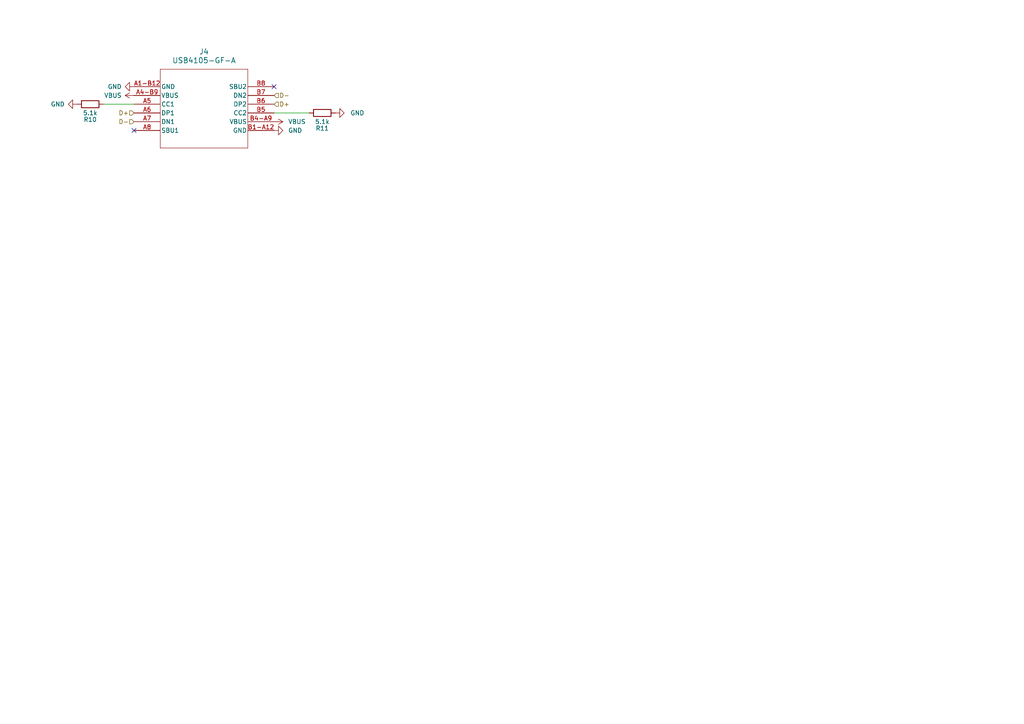
<source format=kicad_sch>
(kicad_sch (version 20230121) (generator eeschema)
  (paper "A4")
  (lib_symbols
    (symbol "2024-01-11_14-18-47:USB4105-GF-A" (pin_names (offset 0.254))
      (property "Reference" "J" (at 20.32 10.16 0))
      (property "Value" "USB4105-GF-A" (at 20.32 7.62 0))
      (symbol "USB4105-GF-A_0_1"
        (polyline (pts (xy 7.62 -17.78) (xy 33.02 -17.78)) (stroke (width 0.127)))
        (polyline (pts (xy 7.62 5.08) (xy 7.62 -17.78)) (stroke (width 0.127)))
        (polyline (pts (xy 33.02 -17.78) (xy 33.02 5.08)) (stroke (width 0.127)))
        (polyline (pts (xy 33.02 5.08) (xy 7.62 5.08)) (stroke (width 0.127)))
        (pin power_out line (at 0 0 0) (length 7.62) (name "GND") (number "A1-B12"))
        (pin power_in line (at 0 -2.54 0) (length 7.62) (name "VBUS") (number "A4-B9"))
        (pin bidirectional line (at 0 -5.08 0) (length 7.62) (name "CC1") (number "A5"))
        (pin bidirectional line (at 0 -7.62 0) (length 7.62) (name "DP1") (number "A6"))
        (pin bidirectional line (at 0 -10.16 0) (length 7.62) (name "DN1") (number "A7"))
        (pin bidirectional line (at 0 -12.7 0) (length 7.62) (name "SBU1") (number "A8"))
        (pin power_out line (at 40.64 -12.7 180) (length 7.62) (name "GND") (number "B1-A12"))
        (pin power_in line (at 40.64 -10.16 180) (length 7.62) (name "VBUS") (number "B4-A9"))
        (pin bidirectional line (at 40.64 -7.62 180) (length 7.62) (name "CC2") (number "B5"))
        (pin bidirectional line (at 40.64 -5.08 180) (length 7.62) (name "DP2") (number "B6"))
        (pin bidirectional line (at 40.64 -2.54 180) (length 7.62) (name "DN2") (number "B7"))
        (pin bidirectional line (at 40.64 0 180) (length 7.62) (name "SBU2") (number "B8"))
      )
    )
    (symbol "Device:R" (pin_numbers hide) (pin_names (offset 0))
      (property "Reference" "R" (at 2.032 0 90))
      (property "Value" "R" (at 0 0 90))
      (symbol "R_0_1"
        (rectangle (start -1.016 -2.54) (end 1.016 2.54) (stroke (width 0.254)))
      )
      (symbol "R_1_1"
        (pin passive line (at 0 3.81 270) (length 1.27) (name "~") (number "1"))
        (pin passive line (at 0 -3.81 90) (length 1.27) (name "~") (number "2"))
      )
    )
    (symbol "power:GND" (power) (pin_names (offset 0))
      (property "Value" "GND" (at 0 -3.81 0))
      (symbol "GND_0_1"
        (polyline (pts (xy 0 0) (xy 0 -1.27) (xy 1.27 -1.27) (xy 0 -2.54) (xy -1.27 -1.27) (xy 0 -1.27)))
      )
      (symbol "GND_1_1"
        (pin power_in line (at 0 0 270) (length 0) hide (name "GND") (number "1"))
      )
    )
    (symbol "power:VBUS" (power) (pin_names (offset 0))
      (property "Value" "VBUS" (at 0 3.81 0))
      (symbol "VBUS_0_1"
        (polyline (pts (xy -0.762 1.27) (xy 0 2.54)))
        (polyline (pts (xy 0 0) (xy 0 2.54)))
        (polyline (pts (xy 0 2.54) (xy 0.762 1.27)))
      )
      (symbol "VBUS_1_1"
        (pin power_in line (at 0 0 90) (length 0) hide (name "VBUS") (number "1"))
      )
    )
  )
  (no_connect (at 79.502 25.146))
  (no_connect (at 38.862 37.846))
  (wire (pts (xy 89.662 32.766) (xy 79.502 32.766)))
  (wire (pts (xy 38.862 30.226) (xy 29.972 30.226)))
  (hierarchical_label "D-" (shape input) (at 79.502 27.686 0))
  (hierarchical_label "D+" (shape input) (at 79.502 30.226 0))
  (hierarchical_label "D-" (shape input) (at 38.862 35.306 180))
  (hierarchical_label "D+" (shape input) (at 38.862 32.766 180))
  (symbol (lib_id "2024-01-11_14-18-47:USB4105-GF-A") (at 38.862 25.146 0) (unit 1)
    (property "Reference" "J4" (at 59.182 14.986 0) (effects (font (size 1.524 1.524))))
    (property "Value" "USB4105-GF-A" (at 59.182 17.526 0) (effects (font (size 1.524 1.524))))
    (property "Footprint" "USB4105_GCT" (effects hide))
    (property "Datasheet" "USB4105-GF-A" (effects hide))
  )
  (symbol (lib_id "power:VBUS") (at 79.502 35.306 270) (unit 1)
    (property "Reference" "#PWR045" (effects hide))
    (property "Value" "VBUS" (at 83.566 35.306 90) (effects (justify left)))
  )
  (symbol (lib_id "power:GND") (at 97.282 32.766 90) (unit 1)
    (property "Reference" "#PWR047" (effects hide))
    (property "Value" "GND" (at 101.6 32.766 90) (effects (justify right)))
  )
  (symbol (lib_id "power:GND") (at 38.862 25.146 270) (unit 1)
    (property "Reference" "#PWR042" (effects hide))
    (property "Value" "GND" (at 35.306 25.146 90) (effects (justify right)))
  )
  (symbol (lib_id "Device:R") (at 93.472 32.766 90) (unit 1)
    (property "Reference" "R11" (at 93.472 37.211 90))
    (property "Value" "5.1k" (at 93.472 35.306 90))
  )
  (symbol (lib_id "power:GND") (at 22.352 30.226 270) (unit 1)
    (property "Reference" "#PWR044" (effects hide))
    (property "Value" "GND" (at 18.796 30.226 90) (effects (justify right)))
  )
  (symbol (lib_id "Device:R") (at 26.162 30.226 90) (unit 1)
    (property "Reference" "R10" (at 26.162 34.671 90))
    (property "Value" "5.1k" (at 26.162 32.766 90))
  )
  (symbol (lib_id "power:GND") (at 79.502 37.846 90) (unit 1)
    (property "Reference" "#PWR046" (effects hide))
    (property "Value" "GND" (at 83.566 37.846 90) (effects (justify right)))
  )
  (symbol (lib_id "power:VBUS") (at 38.862 27.686 90) (unit 1)
    (property "Reference" "#PWR043" (effects hide))
    (property "Value" "VBUS" (at 35.306 27.686 90) (effects (justify left)))
  )
)
</source>
